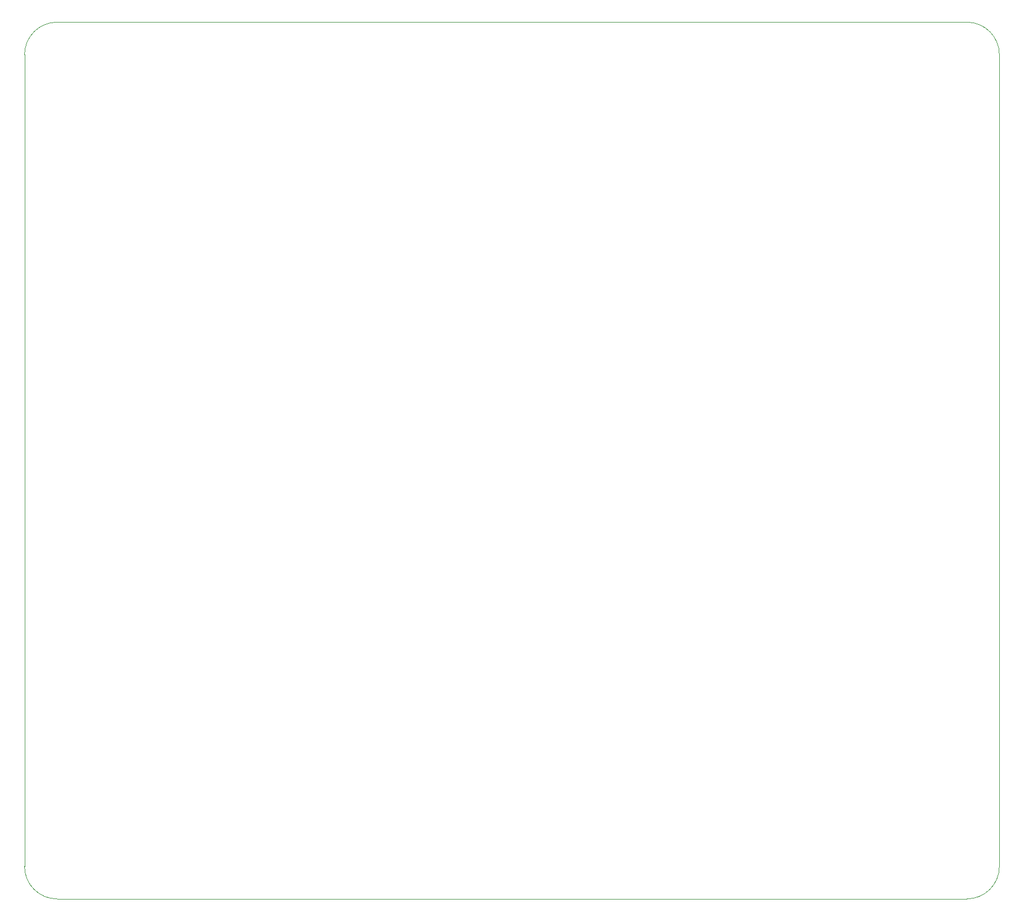
<source format=gbr>
G04 #@! TF.GenerationSoftware,KiCad,Pcbnew,(5.1.5)-3*
G04 #@! TF.CreationDate,2020-11-10T00:06:54+01:00*
G04 #@! TF.ProjectId,mcu_board_1,6d63755f-626f-4617-9264-5f312e6b6963,rev?*
G04 #@! TF.SameCoordinates,Original*
G04 #@! TF.FileFunction,Profile,NP*
%FSLAX46Y46*%
G04 Gerber Fmt 4.6, Leading zero omitted, Abs format (unit mm)*
G04 Created by KiCad (PCBNEW (5.1.5)-3) date 2020-11-10 00:06:54*
%MOMM*%
%LPD*%
G04 APERTURE LIST*
%ADD10C,0.050000*%
G04 APERTURE END LIST*
D10*
X80000000Y-152500000D02*
G75*
G02X75000000Y-147500000I0J5000000D01*
G01*
X225000000Y-147500000D02*
G75*
G02X220000000Y-152500000I-5000000J0D01*
G01*
X220000000Y-17500000D02*
G75*
G02X225000000Y-22500000I0J-5000000D01*
G01*
X75000000Y-22500000D02*
G75*
G02X80000000Y-17500000I5000000J0D01*
G01*
X75000000Y-147500000D02*
X75000000Y-22500000D01*
X220000000Y-152500000D02*
X80000000Y-152500000D01*
X225000000Y-22500000D02*
X225000000Y-147500000D01*
X80000000Y-17500000D02*
X220000000Y-17500000D01*
M02*

</source>
